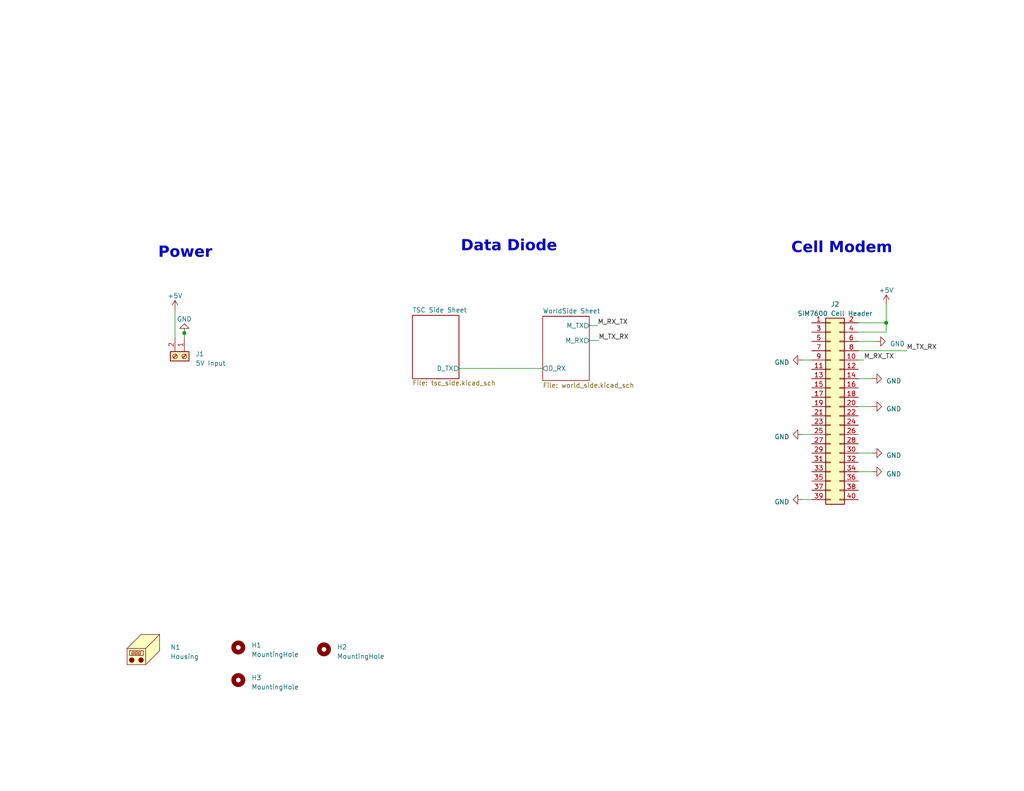
<source format=kicad_sch>
(kicad_sch (version 20230121) (generator eeschema)
  (paper "USLetter")
  (lib_symbols
    (symbol "Connector:Screw_Terminal_01x02" (pin_names (offset 1.016) hide)
      (property "Reference" "J" (at 0 2.54 0))
      (property "Value" "Screw_Terminal_01x02" (at 0 -5.08 0))
      (symbol "Screw_Terminal_01x02_1_1"
        (rectangle (start -1.27 1.27) (end 1.27 -3.81) (stroke (width 0.254)) (fill (type background)))
        (circle (center 0 -2.54) (radius 0.635) (stroke (width 0.1524)))
        (polyline (pts (xy -0.5334 -2.2098) (xy 0.3302 -3.048)) (stroke (width 0.1524)))
        (polyline (pts (xy -0.5334 0.3302) (xy 0.3302 -0.508)) (stroke (width 0.1524)))
        (polyline (pts (xy -0.3556 -2.032) (xy 0.508 -2.8702)) (stroke (width 0.1524)))
        (polyline (pts (xy -0.3556 0.508) (xy 0.508 -0.3302)) (stroke (width 0.1524)))
        (circle (center 0 0) (radius 0.635) (stroke (width 0.1524)))
        (pin passive line (at -5.08 0 0) (length 3.81) (name "Pin_1") (number "1"))
        (pin passive line (at -5.08 -2.54 0) (length 3.81) (name "Pin_2") (number "2"))
      )
    )
    (symbol "Connector_Generic:Conn_02x20_Odd_Even" (pin_names (offset 1.016) hide)
      (property "Reference" "J" (at 1.27 25.4 0))
      (property "Value" "Conn_02x20_Odd_Even" (at 1.27 -27.94 0))
      (symbol "Conn_02x20_Odd_Even_1_1"
        (rectangle (start -1.27 -25.273) (end 0 -25.527) (stroke (width 0.1524)))
        (rectangle (start -1.27 -22.733) (end 0 -22.987) (stroke (width 0.1524)))
        (rectangle (start -1.27 -20.193) (end 0 -20.447) (stroke (width 0.1524)))
        (rectangle (start -1.27 -17.653) (end 0 -17.907) (stroke (width 0.1524)))
        (rectangle (start -1.27 -15.113) (end 0 -15.367) (stroke (width 0.1524)))
        (rectangle (start -1.27 -12.573) (end 0 -12.827) (stroke (width 0.1524)))
        (rectangle (start -1.27 -10.033) (end 0 -10.287) (stroke (width 0.1524)))
        (rectangle (start -1.27 -7.493) (end 0 -7.747) (stroke (width 0.1524)))
        (rectangle (start -1.27 -4.953) (end 0 -5.207) (stroke (width 0.1524)))
        (rectangle (start -1.27 -2.413) (end 0 -2.667) (stroke (width 0.1524)))
        (rectangle (start -1.27 0.127) (end 0 -0.127) (stroke (width 0.1524)))
        (rectangle (start -1.27 2.667) (end 0 2.413) (stroke (width 0.1524)))
        (rectangle (start -1.27 5.207) (end 0 4.953) (stroke (width 0.1524)))
        (rectangle (start -1.27 7.747) (end 0 7.493) (stroke (width 0.1524)))
        (rectangle (start -1.27 10.287) (end 0 10.033) (stroke (width 0.1524)))
        (rectangle (start -1.27 12.827) (end 0 12.573) (stroke (width 0.1524)))
        (rectangle (start -1.27 15.367) (end 0 15.113) (stroke (width 0.1524)))
        (rectangle (start -1.27 17.907) (end 0 17.653) (stroke (width 0.1524)))
        (rectangle (start -1.27 20.447) (end 0 20.193) (stroke (width 0.1524)))
        (rectangle (start -1.27 22.987) (end 0 22.733) (stroke (width 0.1524)))
        (rectangle (start -1.27 24.13) (end 3.81 -26.67) (stroke (width 0.254)) (fill (type background)))
        (rectangle (start 3.81 -25.273) (end 2.54 -25.527) (stroke (width 0.1524)))
        (rectangle (start 3.81 -22.733) (end 2.54 -22.987) (stroke (width 0.1524)))
        (rectangle (start 3.81 -20.193) (end 2.54 -20.447) (stroke (width 0.1524)))
        (rectangle (start 3.81 -17.653) (end 2.54 -17.907) (stroke (width 0.1524)))
        (rectangle (start 3.81 -15.113) (end 2.54 -15.367) (stroke (width 0.1524)))
        (rectangle (start 3.81 -12.573) (end 2.54 -12.827) (stroke (width 0.1524)))
        (rectangle (start 3.81 -10.033) (end 2.54 -10.287) (stroke (width 0.1524)))
        (rectangle (start 3.81 -7.493) (end 2.54 -7.747) (stroke (width 0.1524)))
        (rectangle (start 3.81 -4.953) (end 2.54 -5.207) (stroke (width 0.1524)))
        (rectangle (start 3.81 -2.413) (end 2.54 -2.667) (stroke (width 0.1524)))
        (rectangle (start 3.81 0.127) (end 2.54 -0.127) (stroke (width 0.1524)))
        (rectangle (start 3.81 2.667) (end 2.54 2.413) (stroke (width 0.1524)))
        (rectangle (start 3.81 5.207) (end 2.54 4.953) (stroke (width 0.1524)))
        (rectangle (start 3.81 7.747) (end 2.54 7.493) (stroke (width 0.1524)))
        (rectangle (start 3.81 10.287) (end 2.54 10.033) (stroke (width 0.1524)))
        (rectangle (start 3.81 12.827) (end 2.54 12.573) (stroke (width 0.1524)))
        (rectangle (start 3.81 15.367) (end 2.54 15.113) (stroke (width 0.1524)))
        (rectangle (start 3.81 17.907) (end 2.54 17.653) (stroke (width 0.1524)))
        (rectangle (start 3.81 20.447) (end 2.54 20.193) (stroke (width 0.1524)))
        (rectangle (start 3.81 22.987) (end 2.54 22.733) (stroke (width 0.1524)))
        (pin passive line (at -5.08 22.86 0) (length 3.81) (name "Pin_1") (number "1"))
        (pin passive line (at 7.62 12.7 180) (length 3.81) (name "Pin_10") (number "10"))
        (pin passive line (at -5.08 10.16 0) (length 3.81) (name "Pin_11") (number "11"))
        (pin passive line (at 7.62 10.16 180) (length 3.81) (name "Pin_12") (number "12"))
        (pin passive line (at -5.08 7.62 0) (length 3.81) (name "Pin_13") (number "13"))
        (pin passive line (at 7.62 7.62 180) (length 3.81) (name "Pin_14") (number "14"))
        (pin passive line (at -5.08 5.08 0) (length 3.81) (name "Pin_15") (number "15"))
        (pin passive line (at 7.62 5.08 180) (length 3.81) (name "Pin_16") (number "16"))
        (pin passive line (at -5.08 2.54 0) (length 3.81) (name "Pin_17") (number "17"))
        (pin passive line (at 7.62 2.54 180) (length 3.81) (name "Pin_18") (number "18"))
        (pin passive line (at -5.08 0 0) (length 3.81) (name "Pin_19") (number "19"))
        (pin passive line (at 7.62 22.86 180) (length 3.81) (name "Pin_2") (number "2"))
        (pin passive line (at 7.62 0 180) (length 3.81) (name "Pin_20") (number "20"))
        (pin passive line (at -5.08 -2.54 0) (length 3.81) (name "Pin_21") (number "21"))
        (pin passive line (at 7.62 -2.54 180) (length 3.81) (name "Pin_22") (number "22"))
        (pin passive line (at -5.08 -5.08 0) (length 3.81) (name "Pin_23") (number "23"))
        (pin passive line (at 7.62 -5.08 180) (length 3.81) (name "Pin_24") (number "24"))
        (pin passive line (at -5.08 -7.62 0) (length 3.81) (name "Pin_25") (number "25"))
        (pin passive line (at 7.62 -7.62 180) (length 3.81) (name "Pin_26") (number "26"))
        (pin passive line (at -5.08 -10.16 0) (length 3.81) (name "Pin_27") (number "27"))
        (pin passive line (at 7.62 -10.16 180) (length 3.81) (name "Pin_28") (number "28"))
        (pin passive line (at -5.08 -12.7 0) (length 3.81) (name "Pin_29") (number "29"))
        (pin passive line (at -5.08 20.32 0) (length 3.81) (name "Pin_3") (number "3"))
        (pin passive line (at 7.62 -12.7 180) (length 3.81) (name "Pin_30") (number "30"))
        (pin passive line (at -5.08 -15.24 0) (length 3.81) (name "Pin_31") (number "31"))
        (pin passive line (at 7.62 -15.24 180) (length 3.81) (name "Pin_32") (number "32"))
        (pin passive line (at -5.08 -17.78 0) (length 3.81) (name "Pin_33") (number "33"))
        (pin passive line (at 7.62 -17.78 180) (length 3.81) (name "Pin_34") (number "34"))
        (pin passive line (at -5.08 -20.32 0) (length 3.81) (name "Pin_35") (number "35"))
        (pin passive line (at 7.62 -20.32 180) (length 3.81) (name "Pin_36") (number "36"))
        (pin passive line (at -5.08 -22.86 0) (length 3.81) (name "Pin_37") (number "37"))
        (pin passive line (at 7.62 -22.86 180) (length 3.81) (name "Pin_38") (number "38"))
        (pin passive line (at -5.08 -25.4 0) (length 3.81) (name "Pin_39") (number "39"))
        (pin passive line (at 7.62 20.32 180) (length 3.81) (name "Pin_4") (number "4"))
        (pin passive line (at 7.62 -25.4 180) (length 3.81) (name "Pin_40") (number "40"))
        (pin passive line (at -5.08 17.78 0) (length 3.81) (name "Pin_5") (number "5"))
        (pin passive line (at 7.62 17.78 180) (length 3.81) (name "Pin_6") (number "6"))
        (pin passive line (at -5.08 15.24 0) (length 3.81) (name "Pin_7") (number "7"))
        (pin passive line (at 7.62 15.24 180) (length 3.81) (name "Pin_8") (number "8"))
        (pin passive line (at -5.08 12.7 0) (length 3.81) (name "Pin_9") (number "9"))
      )
    )
    (symbol "Mechanical:Housing" (pin_names (offset 1.016))
      (property "Reference" "N" (at 3.81 0 0))
      (property "Value" "Housing" (at 3.81 -1.905 0))
      (symbol "Housing_0_1"
        (rectangle (start -5.08 -0.635) (end -1.27 -1.905))
        (circle (center -4.445 -3.175) (radius 0.635) (fill (type outline)))
        (circle (center -1.905 -3.175) (radius 0.635) (fill (type outline)))
        (polyline (pts (xy -4.5212 -1.5748) (xy -4.4704 -1.3716)))
        (polyline (pts (xy -4.4196 -1.6764) (xy -4.064 -1.6764)))
        (polyline (pts (xy -4.4196 -1.2192) (xy -4.3688 -0.9652)))
        (polyline (pts (xy -4.318 -1.3208) (xy -4.0132 -1.3208)))
        (polyline (pts (xy -4.2164 -0.9144) (xy -3.9116 -0.9144)))
        (polyline (pts (xy -3.9116 -1.6256) (xy -3.8608 -1.3716)))
        (polyline (pts (xy -3.81 -1.2192) (xy -3.7592 -0.9652)))
        (polyline (pts (xy -3.6068 -1.5748) (xy -3.556 -1.3716)))
        (polyline (pts (xy -3.5052 -1.6764) (xy -3.1496 -1.6764)))
        (polyline (pts (xy -3.5052 -1.2192) (xy -3.4544 -0.9652)))
        (polyline (pts (xy -3.4036 -1.3208) (xy -3.0988 -1.3208)))
        (polyline (pts (xy -3.302 -0.9144) (xy -2.9972 -0.9144)))
        (polyline (pts (xy -2.9972 -1.6256) (xy -2.9464 -1.3716)))
        (polyline (pts (xy -2.8956 -1.2192) (xy -2.8448 -0.9652)))
        (polyline (pts (xy -2.6924 -1.5748) (xy -2.6416 -1.3716)))
        (polyline (pts (xy -2.5908 -1.6764) (xy -2.2352 -1.6764)))
        (polyline (pts (xy -2.5908 -1.2192) (xy -2.54 -0.9652)))
        (polyline (pts (xy -2.4892 -1.3208) (xy -2.1844 -1.3208)))
        (polyline (pts (xy -2.3876 -0.9144) (xy -2.0828 -0.9144)))
        (polyline (pts (xy -2.0828 -1.6256) (xy -2.032 -1.3716)))
        (polyline (pts (xy -1.9812 -1.2192) (xy -1.9304 -0.9652)))
        (polyline (pts (xy -0.635 0) (xy -0.635 -4.445)))
        (polyline (pts (xy -5.715 0) (xy -0.635 0) (xy 3.175 3.81)))
        (polyline (pts (xy -5.715 0) (xy -5.715 -4.445) (xy -0.635 -4.445) (xy 3.175 -0.635) (xy 3.175 3.81) (xy -1.905 3.81) (xy -5.715 0)) (fill (type background)))
      )
    )
    (symbol "Mechanical:MountingHole" (pin_names (offset 1.016))
      (property "Reference" "H" (at 0 5.08 0))
      (property "Value" "MountingHole" (at 0 3.175 0))
      (symbol "MountingHole_0_1"
        (circle (center 0 0) (radius 1.27) (stroke (width 1.27)))
      )
    )
    (symbol "power:+5V" (power) (pin_names (offset 0))
      (property "Value" "+5V" (at 0 3.556 0))
      (symbol "+5V_0_1"
        (polyline (pts (xy -0.762 1.27) (xy 0 2.54)))
        (polyline (pts (xy 0 0) (xy 0 2.54)))
        (polyline (pts (xy 0 2.54) (xy 0.762 1.27)))
      )
      (symbol "+5V_1_1"
        (pin power_in line (at 0 0 90) (length 0) hide (name "+5V") (number "1"))
      )
    )
    (symbol "power:GND" (power) (pin_names (offset 0))
      (property "Value" "GND" (at 0 -3.81 0))
      (symbol "GND_0_1"
        (polyline (pts (xy 0 0) (xy 0 -1.27) (xy 1.27 -1.27) (xy 0 -2.54) (xy -1.27 -1.27) (xy 0 -1.27)))
      )
      (symbol "GND_1_1"
        (pin power_in line (at 0 0 270) (length 0) hide (name "GND") (number "1"))
      )
    )
  )
  (junction (at 241.808 88.138))
  (junction (at 50.292 90.932))
  (wire (pts (xy 234.188 123.698) (xy 237.998 123.698)))
  (wire (pts (xy 221.488 98.298) (xy 218.948 98.298)))
  (wire (pts (xy 47.752 84.582) (xy 47.752 92.202)))
  (wire (pts (xy 160.782 88.9) (xy 163.068 88.9)))
  (wire (pts (xy 125.222 100.584) (xy 148.082 100.584)))
  (wire (pts (xy 221.488 118.618) (xy 218.948 118.618)))
  (wire (pts (xy 234.188 110.998) (xy 237.998 110.998)))
  (wire (pts (xy 234.188 95.758) (xy 247.396 95.758)))
  (wire (pts (xy 241.808 90.678) (xy 241.808 88.138)))
  (wire (pts (xy 234.188 88.138) (xy 241.808 88.138)))
  (wire (pts (xy 234.188 93.218) (xy 239.014 93.218)))
  (wire (pts (xy 234.188 90.678) (xy 241.808 90.678)))
  (wire (pts (xy 241.808 88.138) (xy 241.808 83.058)))
  (wire (pts (xy 50.292 90.932) (xy 50.292 92.202)))
  (wire (pts (xy 234.188 128.778) (xy 237.998 128.778)))
  (wire (pts (xy 221.488 136.398) (xy 218.948 136.398)))
  (wire (pts (xy 234.188 103.378) (xy 237.998 103.378)))
  (wire (pts (xy 234.188 98.298) (xy 235.712 98.298)))
  (wire (pts (xy 50.292 89.662) (xy 50.292 90.932)))
  (wire (pts (xy 160.782 92.964) (xy 163.322 92.964)))
  (text "Power" (at 43.18 71.628 0) (effects (font (size 3 3) (thickness 1) bold) (justify left bottom)))
  (text "Cell Modem" (at 215.9 70.358 0) (effects (font (size 3 3) (thickness 1) bold) (justify left bottom)))
  (text "Data Diode" (at 125.73 69.85 0) (effects (font (size 3 3) (thickness 1) bold) (justify left bottom)))
  (label "M_RX_TX" (at 163.068 88.9 0))
  (label "M_TX_RX" (at 163.322 92.964 0))
  (label "M_RX_TX" (at 235.712 98.298 0))
  (label "M_TX_RX" (at 247.396 95.758 0))
  (symbol (lib_id "power:GND") (at 239.014 93.218 90) (unit 1)
    (property "Reference" "#PWR019" (effects hide))
    (property "Value" "GND" (at 242.824 93.853 90) (effects (justify right)))
  )
  (symbol (lib_id "Mechanical:MountingHole") (at 65.024 185.674 0) (unit 1)
    (property "Reference" "H3" (at 68.58 185.039 0) (effects (justify left)))
    (property "Value" "MountingHole" (at 68.58 187.579 0) (effects (justify left)))
    (property "Footprint" "MountingHole:MountingHole_3.5mm" (effects hide))
  )
  (symbol (lib_id "Mechanical:MountingHole") (at 88.392 177.292 0) (unit 1)
    (property "Reference" "H2" (at 91.948 176.657 0) (effects (justify left)))
    (property "Value" "MountingHole" (at 91.948 179.197 0) (effects (justify left)))
    (property "Footprint" "MountingHole:MountingHole_3.5mm" (effects hide))
  )
  (symbol (lib_id "power:GND") (at 237.998 123.698 90) (unit 1)
    (property "Reference" "#PWR022" (effects hide))
    (property "Value" "GND" (at 241.808 124.333 90) (effects (justify right)))
  )
  (symbol (lib_id "power:GND") (at 50.292 90.932 180) (unit 1)
    (property "Reference" "#PWR06" (effects hide))
    (property "Value" "GND" (at 50.292 87.122 0))
  )
  (symbol (lib_id "Connector_Generic:Conn_02x20_Odd_Even") (at 226.568 110.998 0) (unit 1)
    (property "Reference" "J2" (at 227.838 83.058 0))
    (property "Value" "SIM7600 Cell Header" (at 227.838 85.598 0))
    (property "Footprint" "Connector_PinHeader_2.54mm:PinHeader_2x20_P2.54mm_Vertical" (effects hide))
  )
  (symbol (lib_id "Connector:Screw_Terminal_01x02") (at 50.292 97.282 270) (unit 1)
    (property "Reference" "J1" (at 53.34 96.647 90) (effects (justify left)))
    (property "Value" "5V Input" (at 53.34 99.187 90) (effects (justify left)))
    (property "Footprint" "TerminalBlock_Phoenix:TerminalBlock_Phoenix_MKDS-1,5-2-5.08_1x02_P5.08mm_Horizontal" (effects hide))
  )
  (symbol (lib_id "power:GND") (at 237.998 103.378 90) (unit 1)
    (property "Reference" "#PWR020" (effects hide))
    (property "Value" "GND" (at 241.808 104.013 90) (effects (justify right)))
  )
  (symbol (lib_id "power:+5V") (at 241.808 83.058 0) (unit 1)
    (property "Reference" "#PWR07" (effects hide))
    (property "Value" "+5V" (at 241.808 79.248 0))
  )
  (symbol (lib_id "power:GND") (at 218.948 118.618 270) (unit 1)
    (property "Reference" "#PWR024" (effects hide))
    (property "Value" "GND" (at 215.392 119.253 90) (effects (justify right)))
  )
  (symbol (lib_id "power:GND") (at 237.998 110.998 90) (unit 1)
    (property "Reference" "#PWR021" (effects hide))
    (property "Value" "GND" (at 241.808 111.633 90) (effects (justify right)))
  )
  (symbol (lib_id "Mechanical:Housing") (at 40.386 177.038 0) (unit 1)
    (property "Reference" "N1" (at 46.482 176.7205 0) (effects (justify left)))
    (property "Value" "Housing" (at 46.482 179.2605 0) (effects (justify left)))
    (property "Footprint" "Local footprints:oats_logo" (effects hide))
  )
  (symbol (lib_id "power:+5V") (at 47.752 84.582 0) (unit 1)
    (property "Reference" "#PWR05" (effects hide))
    (property "Value" "+5V" (at 47.752 80.772 0))
  )
  (symbol (lib_id "Mechanical:MountingHole") (at 65.024 176.784 0) (unit 1)
    (property "Reference" "H1" (at 68.58 176.149 0) (effects (justify left)))
    (property "Value" "MountingHole" (at 68.58 178.689 0) (effects (justify left)))
    (property "Footprint" "MountingHole:MountingHole_3.5mm" (effects hide))
  )
  (symbol (lib_id "power:GND") (at 218.948 136.398 270) (unit 1)
    (property "Reference" "#PWR026" (effects hide))
    (property "Value" "GND" (at 215.392 137.033 90) (effects (justify right)))
  )
  (symbol (lib_id "power:GND") (at 218.948 98.298 270) (unit 1)
    (property "Reference" "#PWR025" (effects hide))
    (property "Value" "GND" (at 215.392 98.933 90) (effects (justify right)))
  )
  (symbol (lib_id "power:GND") (at 237.998 128.778 90) (unit 1)
    (property "Reference" "#PWR023" (effects hide))
    (property "Value" "GND" (at 241.808 129.413 90) (effects (justify right)))
  )
  (sheet (at 112.522 86.106) (size 12.7 17.272) (stroke (width 0.1524))
    (property "Sheetname" "TSC Side Sheet" (at 112.522 85.3944 0) (effects (justify left bottom)))
    (property "Sheetfile" "tsc_side.kicad_sch" (at 112.522 103.8356 0) (effects (justify left top)))
    (pin "D_TX" output (at 125.222 100.584 0))
  )
  (sheet (at 148.082 86.36) (size 12.7 17.526) (stroke (width 0.1524))
    (property "Sheetname" "WorldSide Sheet" (at 148.082 85.6484 0) (effects (justify left bottom)))
    (property "Sheetfile" "world_side.kicad_sch" (at 148.082 104.4706 0) (effects (justify left top)))
    (pin "D_RX" output (at 148.082 100.584 180))
    (pin "M_TX" output (at 160.782 88.9 0))
    (pin "M_RX" output (at 160.782 92.964 0))
  )
)
</source>
